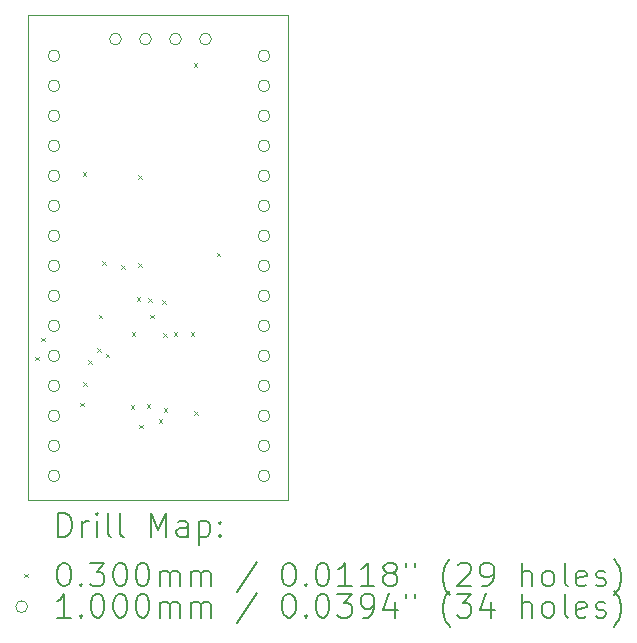
<source format=gbr>
%TF.GenerationSoftware,KiCad,Pcbnew,9.0.7*%
%TF.CreationDate,2026-02-04T18:11:02+11:00*%
%TF.ProjectId,g3507-base,67333530-372d-4626-9173-652e6b696361,rev?*%
%TF.SameCoordinates,Original*%
%TF.FileFunction,Drillmap*%
%TF.FilePolarity,Positive*%
%FSLAX45Y45*%
G04 Gerber Fmt 4.5, Leading zero omitted, Abs format (unit mm)*
G04 Created by KiCad (PCBNEW 9.0.7) date 2026-02-04 18:11:02*
%MOMM*%
%LPD*%
G01*
G04 APERTURE LIST*
%ADD10C,0.038100*%
%ADD11C,0.200000*%
%ADD12C,0.100000*%
G04 APERTURE END LIST*
D10*
X10700000Y-9600000D02*
X12900000Y-9600000D01*
X12900000Y-9600000D02*
X12900000Y-5500000D01*
X10700000Y-5500000D02*
X10700000Y-9600000D01*
X12900000Y-5500000D02*
X10700000Y-5500000D01*
D11*
D12*
X10765000Y-8391100D02*
X10795000Y-8421100D01*
X10795000Y-8391100D02*
X10765000Y-8421100D01*
X10815300Y-8228550D02*
X10845300Y-8258550D01*
X10845300Y-8228550D02*
X10815300Y-8258550D01*
X11145510Y-8779280D02*
X11175510Y-8809280D01*
X11175510Y-8779280D02*
X11145510Y-8809280D01*
X11165910Y-6828800D02*
X11195910Y-6858800D01*
X11195910Y-6828800D02*
X11165910Y-6858800D01*
X11167850Y-8605230D02*
X11197850Y-8635230D01*
X11197850Y-8605230D02*
X11167850Y-8635230D01*
X11211090Y-8421180D02*
X11241090Y-8451180D01*
X11241090Y-8421180D02*
X11211090Y-8451180D01*
X11289030Y-8318440D02*
X11319030Y-8348440D01*
X11319030Y-8318440D02*
X11289030Y-8348440D01*
X11299840Y-8034320D02*
X11329840Y-8064320D01*
X11329840Y-8034320D02*
X11299840Y-8064320D01*
X11328080Y-7579930D02*
X11358080Y-7609930D01*
X11358080Y-7579930D02*
X11328080Y-7609930D01*
X11359200Y-8362310D02*
X11389200Y-8392310D01*
X11389200Y-8362310D02*
X11359200Y-8392310D01*
X11491350Y-7615560D02*
X11521350Y-7645560D01*
X11521350Y-7615560D02*
X11491350Y-7645560D01*
X11571540Y-8801440D02*
X11601540Y-8831440D01*
X11601540Y-8801440D02*
X11571540Y-8831440D01*
X11579040Y-8184260D02*
X11609040Y-8214260D01*
X11609040Y-8184260D02*
X11579040Y-8214260D01*
X11623080Y-7885780D02*
X11653080Y-7915780D01*
X11653080Y-7885780D02*
X11623080Y-7915780D01*
X11633970Y-7599790D02*
X11663970Y-7629790D01*
X11663970Y-7599790D02*
X11633970Y-7629790D01*
X11636300Y-6853270D02*
X11666300Y-6883270D01*
X11666300Y-6853270D02*
X11636300Y-6883270D01*
X11641930Y-8966280D02*
X11671930Y-8996280D01*
X11671930Y-8966280D02*
X11641930Y-8996280D01*
X11706890Y-8793670D02*
X11736890Y-8823670D01*
X11736890Y-8793670D02*
X11706890Y-8823670D01*
X11719030Y-7891970D02*
X11749030Y-7921970D01*
X11749030Y-7891970D02*
X11719030Y-7921970D01*
X11738180Y-8035540D02*
X11768180Y-8065540D01*
X11768180Y-8035540D02*
X11738180Y-8065540D01*
X11806670Y-8919790D02*
X11836670Y-8949790D01*
X11836670Y-8919790D02*
X11806670Y-8949790D01*
X11836630Y-7912010D02*
X11866630Y-7942010D01*
X11866630Y-7912010D02*
X11836630Y-7942010D01*
X11846070Y-8191670D02*
X11876070Y-8221670D01*
X11876070Y-8191670D02*
X11846070Y-8221670D01*
X11852370Y-8827340D02*
X11882370Y-8857340D01*
X11882370Y-8827340D02*
X11852370Y-8857340D01*
X11937130Y-8184260D02*
X11967130Y-8214260D01*
X11967130Y-8184260D02*
X11937130Y-8214260D01*
X12079060Y-8184260D02*
X12109060Y-8214260D01*
X12109060Y-8184260D02*
X12079060Y-8214260D01*
X12106240Y-5906520D02*
X12136240Y-5936520D01*
X12136240Y-5906520D02*
X12106240Y-5936520D01*
X12107490Y-8850030D02*
X12137490Y-8880030D01*
X12137490Y-8850030D02*
X12107490Y-8880030D01*
X12299640Y-7510360D02*
X12329640Y-7540360D01*
X12329640Y-7510360D02*
X12299640Y-7540360D01*
X10972000Y-5842000D02*
G75*
G02*
X10872000Y-5842000I-50000J0D01*
G01*
X10872000Y-5842000D02*
G75*
G02*
X10972000Y-5842000I50000J0D01*
G01*
X10972000Y-6096000D02*
G75*
G02*
X10872000Y-6096000I-50000J0D01*
G01*
X10872000Y-6096000D02*
G75*
G02*
X10972000Y-6096000I50000J0D01*
G01*
X10972000Y-6350000D02*
G75*
G02*
X10872000Y-6350000I-50000J0D01*
G01*
X10872000Y-6350000D02*
G75*
G02*
X10972000Y-6350000I50000J0D01*
G01*
X10972000Y-6604000D02*
G75*
G02*
X10872000Y-6604000I-50000J0D01*
G01*
X10872000Y-6604000D02*
G75*
G02*
X10972000Y-6604000I50000J0D01*
G01*
X10972000Y-6858000D02*
G75*
G02*
X10872000Y-6858000I-50000J0D01*
G01*
X10872000Y-6858000D02*
G75*
G02*
X10972000Y-6858000I50000J0D01*
G01*
X10972000Y-7112000D02*
G75*
G02*
X10872000Y-7112000I-50000J0D01*
G01*
X10872000Y-7112000D02*
G75*
G02*
X10972000Y-7112000I50000J0D01*
G01*
X10972000Y-7366000D02*
G75*
G02*
X10872000Y-7366000I-50000J0D01*
G01*
X10872000Y-7366000D02*
G75*
G02*
X10972000Y-7366000I50000J0D01*
G01*
X10972000Y-7620000D02*
G75*
G02*
X10872000Y-7620000I-50000J0D01*
G01*
X10872000Y-7620000D02*
G75*
G02*
X10972000Y-7620000I50000J0D01*
G01*
X10972000Y-7874000D02*
G75*
G02*
X10872000Y-7874000I-50000J0D01*
G01*
X10872000Y-7874000D02*
G75*
G02*
X10972000Y-7874000I50000J0D01*
G01*
X10972000Y-8128000D02*
G75*
G02*
X10872000Y-8128000I-50000J0D01*
G01*
X10872000Y-8128000D02*
G75*
G02*
X10972000Y-8128000I50000J0D01*
G01*
X10972000Y-8382000D02*
G75*
G02*
X10872000Y-8382000I-50000J0D01*
G01*
X10872000Y-8382000D02*
G75*
G02*
X10972000Y-8382000I50000J0D01*
G01*
X10972000Y-8636000D02*
G75*
G02*
X10872000Y-8636000I-50000J0D01*
G01*
X10872000Y-8636000D02*
G75*
G02*
X10972000Y-8636000I50000J0D01*
G01*
X10972000Y-8890000D02*
G75*
G02*
X10872000Y-8890000I-50000J0D01*
G01*
X10872000Y-8890000D02*
G75*
G02*
X10972000Y-8890000I50000J0D01*
G01*
X10972000Y-9144000D02*
G75*
G02*
X10872000Y-9144000I-50000J0D01*
G01*
X10872000Y-9144000D02*
G75*
G02*
X10972000Y-9144000I50000J0D01*
G01*
X10972000Y-9398000D02*
G75*
G02*
X10872000Y-9398000I-50000J0D01*
G01*
X10872000Y-9398000D02*
G75*
G02*
X10972000Y-9398000I50000J0D01*
G01*
X11492000Y-5700000D02*
G75*
G02*
X11392000Y-5700000I-50000J0D01*
G01*
X11392000Y-5700000D02*
G75*
G02*
X11492000Y-5700000I50000J0D01*
G01*
X11746000Y-5700000D02*
G75*
G02*
X11646000Y-5700000I-50000J0D01*
G01*
X11646000Y-5700000D02*
G75*
G02*
X11746000Y-5700000I50000J0D01*
G01*
X12000000Y-5700000D02*
G75*
G02*
X11900000Y-5700000I-50000J0D01*
G01*
X11900000Y-5700000D02*
G75*
G02*
X12000000Y-5700000I50000J0D01*
G01*
X12254000Y-5700000D02*
G75*
G02*
X12154000Y-5700000I-50000J0D01*
G01*
X12154000Y-5700000D02*
G75*
G02*
X12254000Y-5700000I50000J0D01*
G01*
X12750000Y-5842000D02*
G75*
G02*
X12650000Y-5842000I-50000J0D01*
G01*
X12650000Y-5842000D02*
G75*
G02*
X12750000Y-5842000I50000J0D01*
G01*
X12750000Y-6096000D02*
G75*
G02*
X12650000Y-6096000I-50000J0D01*
G01*
X12650000Y-6096000D02*
G75*
G02*
X12750000Y-6096000I50000J0D01*
G01*
X12750000Y-6350000D02*
G75*
G02*
X12650000Y-6350000I-50000J0D01*
G01*
X12650000Y-6350000D02*
G75*
G02*
X12750000Y-6350000I50000J0D01*
G01*
X12750000Y-6604000D02*
G75*
G02*
X12650000Y-6604000I-50000J0D01*
G01*
X12650000Y-6604000D02*
G75*
G02*
X12750000Y-6604000I50000J0D01*
G01*
X12750000Y-6858000D02*
G75*
G02*
X12650000Y-6858000I-50000J0D01*
G01*
X12650000Y-6858000D02*
G75*
G02*
X12750000Y-6858000I50000J0D01*
G01*
X12750000Y-7112000D02*
G75*
G02*
X12650000Y-7112000I-50000J0D01*
G01*
X12650000Y-7112000D02*
G75*
G02*
X12750000Y-7112000I50000J0D01*
G01*
X12750000Y-7366000D02*
G75*
G02*
X12650000Y-7366000I-50000J0D01*
G01*
X12650000Y-7366000D02*
G75*
G02*
X12750000Y-7366000I50000J0D01*
G01*
X12750000Y-7620000D02*
G75*
G02*
X12650000Y-7620000I-50000J0D01*
G01*
X12650000Y-7620000D02*
G75*
G02*
X12750000Y-7620000I50000J0D01*
G01*
X12750000Y-7874000D02*
G75*
G02*
X12650000Y-7874000I-50000J0D01*
G01*
X12650000Y-7874000D02*
G75*
G02*
X12750000Y-7874000I50000J0D01*
G01*
X12750000Y-8128000D02*
G75*
G02*
X12650000Y-8128000I-50000J0D01*
G01*
X12650000Y-8128000D02*
G75*
G02*
X12750000Y-8128000I50000J0D01*
G01*
X12750000Y-8382000D02*
G75*
G02*
X12650000Y-8382000I-50000J0D01*
G01*
X12650000Y-8382000D02*
G75*
G02*
X12750000Y-8382000I50000J0D01*
G01*
X12750000Y-8636000D02*
G75*
G02*
X12650000Y-8636000I-50000J0D01*
G01*
X12650000Y-8636000D02*
G75*
G02*
X12750000Y-8636000I50000J0D01*
G01*
X12750000Y-8890000D02*
G75*
G02*
X12650000Y-8890000I-50000J0D01*
G01*
X12650000Y-8890000D02*
G75*
G02*
X12750000Y-8890000I50000J0D01*
G01*
X12750000Y-9144000D02*
G75*
G02*
X12650000Y-9144000I-50000J0D01*
G01*
X12650000Y-9144000D02*
G75*
G02*
X12750000Y-9144000I50000J0D01*
G01*
X12750000Y-9398000D02*
G75*
G02*
X12650000Y-9398000I-50000J0D01*
G01*
X12650000Y-9398000D02*
G75*
G02*
X12750000Y-9398000I50000J0D01*
G01*
D11*
X10958872Y-9913389D02*
X10958872Y-9713389D01*
X10958872Y-9713389D02*
X11006491Y-9713389D01*
X11006491Y-9713389D02*
X11035062Y-9722913D01*
X11035062Y-9722913D02*
X11054110Y-9741960D01*
X11054110Y-9741960D02*
X11063634Y-9761008D01*
X11063634Y-9761008D02*
X11073158Y-9799103D01*
X11073158Y-9799103D02*
X11073158Y-9827675D01*
X11073158Y-9827675D02*
X11063634Y-9865770D01*
X11063634Y-9865770D02*
X11054110Y-9884817D01*
X11054110Y-9884817D02*
X11035062Y-9903865D01*
X11035062Y-9903865D02*
X11006491Y-9913389D01*
X11006491Y-9913389D02*
X10958872Y-9913389D01*
X11158872Y-9913389D02*
X11158872Y-9780055D01*
X11158872Y-9818151D02*
X11168396Y-9799103D01*
X11168396Y-9799103D02*
X11177919Y-9789579D01*
X11177919Y-9789579D02*
X11196967Y-9780055D01*
X11196967Y-9780055D02*
X11216015Y-9780055D01*
X11282681Y-9913389D02*
X11282681Y-9780055D01*
X11282681Y-9713389D02*
X11273157Y-9722913D01*
X11273157Y-9722913D02*
X11282681Y-9732436D01*
X11282681Y-9732436D02*
X11292205Y-9722913D01*
X11292205Y-9722913D02*
X11282681Y-9713389D01*
X11282681Y-9713389D02*
X11282681Y-9732436D01*
X11406491Y-9913389D02*
X11387443Y-9903865D01*
X11387443Y-9903865D02*
X11377919Y-9884817D01*
X11377919Y-9884817D02*
X11377919Y-9713389D01*
X11511253Y-9913389D02*
X11492205Y-9903865D01*
X11492205Y-9903865D02*
X11482681Y-9884817D01*
X11482681Y-9884817D02*
X11482681Y-9713389D01*
X11739824Y-9913389D02*
X11739824Y-9713389D01*
X11739824Y-9713389D02*
X11806491Y-9856246D01*
X11806491Y-9856246D02*
X11873157Y-9713389D01*
X11873157Y-9713389D02*
X11873157Y-9913389D01*
X12054110Y-9913389D02*
X12054110Y-9808627D01*
X12054110Y-9808627D02*
X12044586Y-9789579D01*
X12044586Y-9789579D02*
X12025538Y-9780055D01*
X12025538Y-9780055D02*
X11987443Y-9780055D01*
X11987443Y-9780055D02*
X11968396Y-9789579D01*
X12054110Y-9903865D02*
X12035062Y-9913389D01*
X12035062Y-9913389D02*
X11987443Y-9913389D01*
X11987443Y-9913389D02*
X11968396Y-9903865D01*
X11968396Y-9903865D02*
X11958872Y-9884817D01*
X11958872Y-9884817D02*
X11958872Y-9865770D01*
X11958872Y-9865770D02*
X11968396Y-9846722D01*
X11968396Y-9846722D02*
X11987443Y-9837198D01*
X11987443Y-9837198D02*
X12035062Y-9837198D01*
X12035062Y-9837198D02*
X12054110Y-9827675D01*
X12149348Y-9780055D02*
X12149348Y-9980055D01*
X12149348Y-9789579D02*
X12168396Y-9780055D01*
X12168396Y-9780055D02*
X12206491Y-9780055D01*
X12206491Y-9780055D02*
X12225538Y-9789579D01*
X12225538Y-9789579D02*
X12235062Y-9799103D01*
X12235062Y-9799103D02*
X12244586Y-9818151D01*
X12244586Y-9818151D02*
X12244586Y-9875294D01*
X12244586Y-9875294D02*
X12235062Y-9894341D01*
X12235062Y-9894341D02*
X12225538Y-9903865D01*
X12225538Y-9903865D02*
X12206491Y-9913389D01*
X12206491Y-9913389D02*
X12168396Y-9913389D01*
X12168396Y-9913389D02*
X12149348Y-9903865D01*
X12330300Y-9894341D02*
X12339824Y-9903865D01*
X12339824Y-9903865D02*
X12330300Y-9913389D01*
X12330300Y-9913389D02*
X12320777Y-9903865D01*
X12320777Y-9903865D02*
X12330300Y-9894341D01*
X12330300Y-9894341D02*
X12330300Y-9913389D01*
X12330300Y-9789579D02*
X12339824Y-9799103D01*
X12339824Y-9799103D02*
X12330300Y-9808627D01*
X12330300Y-9808627D02*
X12320777Y-9799103D01*
X12320777Y-9799103D02*
X12330300Y-9789579D01*
X12330300Y-9789579D02*
X12330300Y-9808627D01*
D12*
X10668095Y-10226905D02*
X10698095Y-10256905D01*
X10698095Y-10226905D02*
X10668095Y-10256905D01*
D11*
X10996967Y-10133389D02*
X11016015Y-10133389D01*
X11016015Y-10133389D02*
X11035062Y-10142913D01*
X11035062Y-10142913D02*
X11044586Y-10152436D01*
X11044586Y-10152436D02*
X11054110Y-10171484D01*
X11054110Y-10171484D02*
X11063634Y-10209579D01*
X11063634Y-10209579D02*
X11063634Y-10257198D01*
X11063634Y-10257198D02*
X11054110Y-10295294D01*
X11054110Y-10295294D02*
X11044586Y-10314341D01*
X11044586Y-10314341D02*
X11035062Y-10323865D01*
X11035062Y-10323865D02*
X11016015Y-10333389D01*
X11016015Y-10333389D02*
X10996967Y-10333389D01*
X10996967Y-10333389D02*
X10977919Y-10323865D01*
X10977919Y-10323865D02*
X10968396Y-10314341D01*
X10968396Y-10314341D02*
X10958872Y-10295294D01*
X10958872Y-10295294D02*
X10949348Y-10257198D01*
X10949348Y-10257198D02*
X10949348Y-10209579D01*
X10949348Y-10209579D02*
X10958872Y-10171484D01*
X10958872Y-10171484D02*
X10968396Y-10152436D01*
X10968396Y-10152436D02*
X10977919Y-10142913D01*
X10977919Y-10142913D02*
X10996967Y-10133389D01*
X11149348Y-10314341D02*
X11158872Y-10323865D01*
X11158872Y-10323865D02*
X11149348Y-10333389D01*
X11149348Y-10333389D02*
X11139824Y-10323865D01*
X11139824Y-10323865D02*
X11149348Y-10314341D01*
X11149348Y-10314341D02*
X11149348Y-10333389D01*
X11225538Y-10133389D02*
X11349348Y-10133389D01*
X11349348Y-10133389D02*
X11282681Y-10209579D01*
X11282681Y-10209579D02*
X11311253Y-10209579D01*
X11311253Y-10209579D02*
X11330300Y-10219103D01*
X11330300Y-10219103D02*
X11339824Y-10228627D01*
X11339824Y-10228627D02*
X11349348Y-10247675D01*
X11349348Y-10247675D02*
X11349348Y-10295294D01*
X11349348Y-10295294D02*
X11339824Y-10314341D01*
X11339824Y-10314341D02*
X11330300Y-10323865D01*
X11330300Y-10323865D02*
X11311253Y-10333389D01*
X11311253Y-10333389D02*
X11254110Y-10333389D01*
X11254110Y-10333389D02*
X11235062Y-10323865D01*
X11235062Y-10323865D02*
X11225538Y-10314341D01*
X11473157Y-10133389D02*
X11492205Y-10133389D01*
X11492205Y-10133389D02*
X11511253Y-10142913D01*
X11511253Y-10142913D02*
X11520777Y-10152436D01*
X11520777Y-10152436D02*
X11530300Y-10171484D01*
X11530300Y-10171484D02*
X11539824Y-10209579D01*
X11539824Y-10209579D02*
X11539824Y-10257198D01*
X11539824Y-10257198D02*
X11530300Y-10295294D01*
X11530300Y-10295294D02*
X11520777Y-10314341D01*
X11520777Y-10314341D02*
X11511253Y-10323865D01*
X11511253Y-10323865D02*
X11492205Y-10333389D01*
X11492205Y-10333389D02*
X11473157Y-10333389D01*
X11473157Y-10333389D02*
X11454110Y-10323865D01*
X11454110Y-10323865D02*
X11444586Y-10314341D01*
X11444586Y-10314341D02*
X11435062Y-10295294D01*
X11435062Y-10295294D02*
X11425538Y-10257198D01*
X11425538Y-10257198D02*
X11425538Y-10209579D01*
X11425538Y-10209579D02*
X11435062Y-10171484D01*
X11435062Y-10171484D02*
X11444586Y-10152436D01*
X11444586Y-10152436D02*
X11454110Y-10142913D01*
X11454110Y-10142913D02*
X11473157Y-10133389D01*
X11663634Y-10133389D02*
X11682681Y-10133389D01*
X11682681Y-10133389D02*
X11701729Y-10142913D01*
X11701729Y-10142913D02*
X11711253Y-10152436D01*
X11711253Y-10152436D02*
X11720777Y-10171484D01*
X11720777Y-10171484D02*
X11730300Y-10209579D01*
X11730300Y-10209579D02*
X11730300Y-10257198D01*
X11730300Y-10257198D02*
X11720777Y-10295294D01*
X11720777Y-10295294D02*
X11711253Y-10314341D01*
X11711253Y-10314341D02*
X11701729Y-10323865D01*
X11701729Y-10323865D02*
X11682681Y-10333389D01*
X11682681Y-10333389D02*
X11663634Y-10333389D01*
X11663634Y-10333389D02*
X11644586Y-10323865D01*
X11644586Y-10323865D02*
X11635062Y-10314341D01*
X11635062Y-10314341D02*
X11625538Y-10295294D01*
X11625538Y-10295294D02*
X11616015Y-10257198D01*
X11616015Y-10257198D02*
X11616015Y-10209579D01*
X11616015Y-10209579D02*
X11625538Y-10171484D01*
X11625538Y-10171484D02*
X11635062Y-10152436D01*
X11635062Y-10152436D02*
X11644586Y-10142913D01*
X11644586Y-10142913D02*
X11663634Y-10133389D01*
X11816015Y-10333389D02*
X11816015Y-10200055D01*
X11816015Y-10219103D02*
X11825538Y-10209579D01*
X11825538Y-10209579D02*
X11844586Y-10200055D01*
X11844586Y-10200055D02*
X11873158Y-10200055D01*
X11873158Y-10200055D02*
X11892205Y-10209579D01*
X11892205Y-10209579D02*
X11901729Y-10228627D01*
X11901729Y-10228627D02*
X11901729Y-10333389D01*
X11901729Y-10228627D02*
X11911253Y-10209579D01*
X11911253Y-10209579D02*
X11930300Y-10200055D01*
X11930300Y-10200055D02*
X11958872Y-10200055D01*
X11958872Y-10200055D02*
X11977919Y-10209579D01*
X11977919Y-10209579D02*
X11987443Y-10228627D01*
X11987443Y-10228627D02*
X11987443Y-10333389D01*
X12082681Y-10333389D02*
X12082681Y-10200055D01*
X12082681Y-10219103D02*
X12092205Y-10209579D01*
X12092205Y-10209579D02*
X12111253Y-10200055D01*
X12111253Y-10200055D02*
X12139824Y-10200055D01*
X12139824Y-10200055D02*
X12158872Y-10209579D01*
X12158872Y-10209579D02*
X12168396Y-10228627D01*
X12168396Y-10228627D02*
X12168396Y-10333389D01*
X12168396Y-10228627D02*
X12177919Y-10209579D01*
X12177919Y-10209579D02*
X12196967Y-10200055D01*
X12196967Y-10200055D02*
X12225538Y-10200055D01*
X12225538Y-10200055D02*
X12244586Y-10209579D01*
X12244586Y-10209579D02*
X12254110Y-10228627D01*
X12254110Y-10228627D02*
X12254110Y-10333389D01*
X12644586Y-10123865D02*
X12473158Y-10381008D01*
X12901729Y-10133389D02*
X12920777Y-10133389D01*
X12920777Y-10133389D02*
X12939824Y-10142913D01*
X12939824Y-10142913D02*
X12949348Y-10152436D01*
X12949348Y-10152436D02*
X12958872Y-10171484D01*
X12958872Y-10171484D02*
X12968396Y-10209579D01*
X12968396Y-10209579D02*
X12968396Y-10257198D01*
X12968396Y-10257198D02*
X12958872Y-10295294D01*
X12958872Y-10295294D02*
X12949348Y-10314341D01*
X12949348Y-10314341D02*
X12939824Y-10323865D01*
X12939824Y-10323865D02*
X12920777Y-10333389D01*
X12920777Y-10333389D02*
X12901729Y-10333389D01*
X12901729Y-10333389D02*
X12882681Y-10323865D01*
X12882681Y-10323865D02*
X12873158Y-10314341D01*
X12873158Y-10314341D02*
X12863634Y-10295294D01*
X12863634Y-10295294D02*
X12854110Y-10257198D01*
X12854110Y-10257198D02*
X12854110Y-10209579D01*
X12854110Y-10209579D02*
X12863634Y-10171484D01*
X12863634Y-10171484D02*
X12873158Y-10152436D01*
X12873158Y-10152436D02*
X12882681Y-10142913D01*
X12882681Y-10142913D02*
X12901729Y-10133389D01*
X13054110Y-10314341D02*
X13063634Y-10323865D01*
X13063634Y-10323865D02*
X13054110Y-10333389D01*
X13054110Y-10333389D02*
X13044586Y-10323865D01*
X13044586Y-10323865D02*
X13054110Y-10314341D01*
X13054110Y-10314341D02*
X13054110Y-10333389D01*
X13187443Y-10133389D02*
X13206491Y-10133389D01*
X13206491Y-10133389D02*
X13225539Y-10142913D01*
X13225539Y-10142913D02*
X13235062Y-10152436D01*
X13235062Y-10152436D02*
X13244586Y-10171484D01*
X13244586Y-10171484D02*
X13254110Y-10209579D01*
X13254110Y-10209579D02*
X13254110Y-10257198D01*
X13254110Y-10257198D02*
X13244586Y-10295294D01*
X13244586Y-10295294D02*
X13235062Y-10314341D01*
X13235062Y-10314341D02*
X13225539Y-10323865D01*
X13225539Y-10323865D02*
X13206491Y-10333389D01*
X13206491Y-10333389D02*
X13187443Y-10333389D01*
X13187443Y-10333389D02*
X13168396Y-10323865D01*
X13168396Y-10323865D02*
X13158872Y-10314341D01*
X13158872Y-10314341D02*
X13149348Y-10295294D01*
X13149348Y-10295294D02*
X13139824Y-10257198D01*
X13139824Y-10257198D02*
X13139824Y-10209579D01*
X13139824Y-10209579D02*
X13149348Y-10171484D01*
X13149348Y-10171484D02*
X13158872Y-10152436D01*
X13158872Y-10152436D02*
X13168396Y-10142913D01*
X13168396Y-10142913D02*
X13187443Y-10133389D01*
X13444586Y-10333389D02*
X13330301Y-10333389D01*
X13387443Y-10333389D02*
X13387443Y-10133389D01*
X13387443Y-10133389D02*
X13368396Y-10161960D01*
X13368396Y-10161960D02*
X13349348Y-10181008D01*
X13349348Y-10181008D02*
X13330301Y-10190532D01*
X13635062Y-10333389D02*
X13520777Y-10333389D01*
X13577920Y-10333389D02*
X13577920Y-10133389D01*
X13577920Y-10133389D02*
X13558872Y-10161960D01*
X13558872Y-10161960D02*
X13539824Y-10181008D01*
X13539824Y-10181008D02*
X13520777Y-10190532D01*
X13749348Y-10219103D02*
X13730301Y-10209579D01*
X13730301Y-10209579D02*
X13720777Y-10200055D01*
X13720777Y-10200055D02*
X13711253Y-10181008D01*
X13711253Y-10181008D02*
X13711253Y-10171484D01*
X13711253Y-10171484D02*
X13720777Y-10152436D01*
X13720777Y-10152436D02*
X13730301Y-10142913D01*
X13730301Y-10142913D02*
X13749348Y-10133389D01*
X13749348Y-10133389D02*
X13787443Y-10133389D01*
X13787443Y-10133389D02*
X13806491Y-10142913D01*
X13806491Y-10142913D02*
X13816015Y-10152436D01*
X13816015Y-10152436D02*
X13825539Y-10171484D01*
X13825539Y-10171484D02*
X13825539Y-10181008D01*
X13825539Y-10181008D02*
X13816015Y-10200055D01*
X13816015Y-10200055D02*
X13806491Y-10209579D01*
X13806491Y-10209579D02*
X13787443Y-10219103D01*
X13787443Y-10219103D02*
X13749348Y-10219103D01*
X13749348Y-10219103D02*
X13730301Y-10228627D01*
X13730301Y-10228627D02*
X13720777Y-10238151D01*
X13720777Y-10238151D02*
X13711253Y-10257198D01*
X13711253Y-10257198D02*
X13711253Y-10295294D01*
X13711253Y-10295294D02*
X13720777Y-10314341D01*
X13720777Y-10314341D02*
X13730301Y-10323865D01*
X13730301Y-10323865D02*
X13749348Y-10333389D01*
X13749348Y-10333389D02*
X13787443Y-10333389D01*
X13787443Y-10333389D02*
X13806491Y-10323865D01*
X13806491Y-10323865D02*
X13816015Y-10314341D01*
X13816015Y-10314341D02*
X13825539Y-10295294D01*
X13825539Y-10295294D02*
X13825539Y-10257198D01*
X13825539Y-10257198D02*
X13816015Y-10238151D01*
X13816015Y-10238151D02*
X13806491Y-10228627D01*
X13806491Y-10228627D02*
X13787443Y-10219103D01*
X13901729Y-10133389D02*
X13901729Y-10171484D01*
X13977920Y-10133389D02*
X13977920Y-10171484D01*
X14273158Y-10409579D02*
X14263634Y-10400055D01*
X14263634Y-10400055D02*
X14244586Y-10371484D01*
X14244586Y-10371484D02*
X14235063Y-10352436D01*
X14235063Y-10352436D02*
X14225539Y-10323865D01*
X14225539Y-10323865D02*
X14216015Y-10276246D01*
X14216015Y-10276246D02*
X14216015Y-10238151D01*
X14216015Y-10238151D02*
X14225539Y-10190532D01*
X14225539Y-10190532D02*
X14235063Y-10161960D01*
X14235063Y-10161960D02*
X14244586Y-10142913D01*
X14244586Y-10142913D02*
X14263634Y-10114341D01*
X14263634Y-10114341D02*
X14273158Y-10104817D01*
X14339824Y-10152436D02*
X14349348Y-10142913D01*
X14349348Y-10142913D02*
X14368396Y-10133389D01*
X14368396Y-10133389D02*
X14416015Y-10133389D01*
X14416015Y-10133389D02*
X14435063Y-10142913D01*
X14435063Y-10142913D02*
X14444586Y-10152436D01*
X14444586Y-10152436D02*
X14454110Y-10171484D01*
X14454110Y-10171484D02*
X14454110Y-10190532D01*
X14454110Y-10190532D02*
X14444586Y-10219103D01*
X14444586Y-10219103D02*
X14330301Y-10333389D01*
X14330301Y-10333389D02*
X14454110Y-10333389D01*
X14549348Y-10333389D02*
X14587443Y-10333389D01*
X14587443Y-10333389D02*
X14606491Y-10323865D01*
X14606491Y-10323865D02*
X14616015Y-10314341D01*
X14616015Y-10314341D02*
X14635063Y-10285770D01*
X14635063Y-10285770D02*
X14644586Y-10247675D01*
X14644586Y-10247675D02*
X14644586Y-10171484D01*
X14644586Y-10171484D02*
X14635063Y-10152436D01*
X14635063Y-10152436D02*
X14625539Y-10142913D01*
X14625539Y-10142913D02*
X14606491Y-10133389D01*
X14606491Y-10133389D02*
X14568396Y-10133389D01*
X14568396Y-10133389D02*
X14549348Y-10142913D01*
X14549348Y-10142913D02*
X14539824Y-10152436D01*
X14539824Y-10152436D02*
X14530301Y-10171484D01*
X14530301Y-10171484D02*
X14530301Y-10219103D01*
X14530301Y-10219103D02*
X14539824Y-10238151D01*
X14539824Y-10238151D02*
X14549348Y-10247675D01*
X14549348Y-10247675D02*
X14568396Y-10257198D01*
X14568396Y-10257198D02*
X14606491Y-10257198D01*
X14606491Y-10257198D02*
X14625539Y-10247675D01*
X14625539Y-10247675D02*
X14635063Y-10238151D01*
X14635063Y-10238151D02*
X14644586Y-10219103D01*
X14882682Y-10333389D02*
X14882682Y-10133389D01*
X14968396Y-10333389D02*
X14968396Y-10228627D01*
X14968396Y-10228627D02*
X14958872Y-10209579D01*
X14958872Y-10209579D02*
X14939825Y-10200055D01*
X14939825Y-10200055D02*
X14911253Y-10200055D01*
X14911253Y-10200055D02*
X14892205Y-10209579D01*
X14892205Y-10209579D02*
X14882682Y-10219103D01*
X15092205Y-10333389D02*
X15073158Y-10323865D01*
X15073158Y-10323865D02*
X15063634Y-10314341D01*
X15063634Y-10314341D02*
X15054110Y-10295294D01*
X15054110Y-10295294D02*
X15054110Y-10238151D01*
X15054110Y-10238151D02*
X15063634Y-10219103D01*
X15063634Y-10219103D02*
X15073158Y-10209579D01*
X15073158Y-10209579D02*
X15092205Y-10200055D01*
X15092205Y-10200055D02*
X15120777Y-10200055D01*
X15120777Y-10200055D02*
X15139825Y-10209579D01*
X15139825Y-10209579D02*
X15149348Y-10219103D01*
X15149348Y-10219103D02*
X15158872Y-10238151D01*
X15158872Y-10238151D02*
X15158872Y-10295294D01*
X15158872Y-10295294D02*
X15149348Y-10314341D01*
X15149348Y-10314341D02*
X15139825Y-10323865D01*
X15139825Y-10323865D02*
X15120777Y-10333389D01*
X15120777Y-10333389D02*
X15092205Y-10333389D01*
X15273158Y-10333389D02*
X15254110Y-10323865D01*
X15254110Y-10323865D02*
X15244586Y-10304817D01*
X15244586Y-10304817D02*
X15244586Y-10133389D01*
X15425539Y-10323865D02*
X15406491Y-10333389D01*
X15406491Y-10333389D02*
X15368396Y-10333389D01*
X15368396Y-10333389D02*
X15349348Y-10323865D01*
X15349348Y-10323865D02*
X15339825Y-10304817D01*
X15339825Y-10304817D02*
X15339825Y-10228627D01*
X15339825Y-10228627D02*
X15349348Y-10209579D01*
X15349348Y-10209579D02*
X15368396Y-10200055D01*
X15368396Y-10200055D02*
X15406491Y-10200055D01*
X15406491Y-10200055D02*
X15425539Y-10209579D01*
X15425539Y-10209579D02*
X15435063Y-10228627D01*
X15435063Y-10228627D02*
X15435063Y-10247675D01*
X15435063Y-10247675D02*
X15339825Y-10266722D01*
X15511253Y-10323865D02*
X15530301Y-10333389D01*
X15530301Y-10333389D02*
X15568396Y-10333389D01*
X15568396Y-10333389D02*
X15587444Y-10323865D01*
X15587444Y-10323865D02*
X15596967Y-10304817D01*
X15596967Y-10304817D02*
X15596967Y-10295294D01*
X15596967Y-10295294D02*
X15587444Y-10276246D01*
X15587444Y-10276246D02*
X15568396Y-10266722D01*
X15568396Y-10266722D02*
X15539825Y-10266722D01*
X15539825Y-10266722D02*
X15520777Y-10257198D01*
X15520777Y-10257198D02*
X15511253Y-10238151D01*
X15511253Y-10238151D02*
X15511253Y-10228627D01*
X15511253Y-10228627D02*
X15520777Y-10209579D01*
X15520777Y-10209579D02*
X15539825Y-10200055D01*
X15539825Y-10200055D02*
X15568396Y-10200055D01*
X15568396Y-10200055D02*
X15587444Y-10209579D01*
X15663634Y-10409579D02*
X15673158Y-10400055D01*
X15673158Y-10400055D02*
X15692206Y-10371484D01*
X15692206Y-10371484D02*
X15701729Y-10352436D01*
X15701729Y-10352436D02*
X15711253Y-10323865D01*
X15711253Y-10323865D02*
X15720777Y-10276246D01*
X15720777Y-10276246D02*
X15720777Y-10238151D01*
X15720777Y-10238151D02*
X15711253Y-10190532D01*
X15711253Y-10190532D02*
X15701729Y-10161960D01*
X15701729Y-10161960D02*
X15692206Y-10142913D01*
X15692206Y-10142913D02*
X15673158Y-10114341D01*
X15673158Y-10114341D02*
X15663634Y-10104817D01*
D12*
X10698095Y-10505905D02*
G75*
G02*
X10598095Y-10505905I-50000J0D01*
G01*
X10598095Y-10505905D02*
G75*
G02*
X10698095Y-10505905I50000J0D01*
G01*
D11*
X11063634Y-10597389D02*
X10949348Y-10597389D01*
X11006491Y-10597389D02*
X11006491Y-10397389D01*
X11006491Y-10397389D02*
X10987443Y-10425960D01*
X10987443Y-10425960D02*
X10968396Y-10445008D01*
X10968396Y-10445008D02*
X10949348Y-10454532D01*
X11149348Y-10578341D02*
X11158872Y-10587865D01*
X11158872Y-10587865D02*
X11149348Y-10597389D01*
X11149348Y-10597389D02*
X11139824Y-10587865D01*
X11139824Y-10587865D02*
X11149348Y-10578341D01*
X11149348Y-10578341D02*
X11149348Y-10597389D01*
X11282681Y-10397389D02*
X11301729Y-10397389D01*
X11301729Y-10397389D02*
X11320777Y-10406913D01*
X11320777Y-10406913D02*
X11330300Y-10416436D01*
X11330300Y-10416436D02*
X11339824Y-10435484D01*
X11339824Y-10435484D02*
X11349348Y-10473579D01*
X11349348Y-10473579D02*
X11349348Y-10521198D01*
X11349348Y-10521198D02*
X11339824Y-10559294D01*
X11339824Y-10559294D02*
X11330300Y-10578341D01*
X11330300Y-10578341D02*
X11320777Y-10587865D01*
X11320777Y-10587865D02*
X11301729Y-10597389D01*
X11301729Y-10597389D02*
X11282681Y-10597389D01*
X11282681Y-10597389D02*
X11263634Y-10587865D01*
X11263634Y-10587865D02*
X11254110Y-10578341D01*
X11254110Y-10578341D02*
X11244586Y-10559294D01*
X11244586Y-10559294D02*
X11235062Y-10521198D01*
X11235062Y-10521198D02*
X11235062Y-10473579D01*
X11235062Y-10473579D02*
X11244586Y-10435484D01*
X11244586Y-10435484D02*
X11254110Y-10416436D01*
X11254110Y-10416436D02*
X11263634Y-10406913D01*
X11263634Y-10406913D02*
X11282681Y-10397389D01*
X11473157Y-10397389D02*
X11492205Y-10397389D01*
X11492205Y-10397389D02*
X11511253Y-10406913D01*
X11511253Y-10406913D02*
X11520777Y-10416436D01*
X11520777Y-10416436D02*
X11530300Y-10435484D01*
X11530300Y-10435484D02*
X11539824Y-10473579D01*
X11539824Y-10473579D02*
X11539824Y-10521198D01*
X11539824Y-10521198D02*
X11530300Y-10559294D01*
X11530300Y-10559294D02*
X11520777Y-10578341D01*
X11520777Y-10578341D02*
X11511253Y-10587865D01*
X11511253Y-10587865D02*
X11492205Y-10597389D01*
X11492205Y-10597389D02*
X11473157Y-10597389D01*
X11473157Y-10597389D02*
X11454110Y-10587865D01*
X11454110Y-10587865D02*
X11444586Y-10578341D01*
X11444586Y-10578341D02*
X11435062Y-10559294D01*
X11435062Y-10559294D02*
X11425538Y-10521198D01*
X11425538Y-10521198D02*
X11425538Y-10473579D01*
X11425538Y-10473579D02*
X11435062Y-10435484D01*
X11435062Y-10435484D02*
X11444586Y-10416436D01*
X11444586Y-10416436D02*
X11454110Y-10406913D01*
X11454110Y-10406913D02*
X11473157Y-10397389D01*
X11663634Y-10397389D02*
X11682681Y-10397389D01*
X11682681Y-10397389D02*
X11701729Y-10406913D01*
X11701729Y-10406913D02*
X11711253Y-10416436D01*
X11711253Y-10416436D02*
X11720777Y-10435484D01*
X11720777Y-10435484D02*
X11730300Y-10473579D01*
X11730300Y-10473579D02*
X11730300Y-10521198D01*
X11730300Y-10521198D02*
X11720777Y-10559294D01*
X11720777Y-10559294D02*
X11711253Y-10578341D01*
X11711253Y-10578341D02*
X11701729Y-10587865D01*
X11701729Y-10587865D02*
X11682681Y-10597389D01*
X11682681Y-10597389D02*
X11663634Y-10597389D01*
X11663634Y-10597389D02*
X11644586Y-10587865D01*
X11644586Y-10587865D02*
X11635062Y-10578341D01*
X11635062Y-10578341D02*
X11625538Y-10559294D01*
X11625538Y-10559294D02*
X11616015Y-10521198D01*
X11616015Y-10521198D02*
X11616015Y-10473579D01*
X11616015Y-10473579D02*
X11625538Y-10435484D01*
X11625538Y-10435484D02*
X11635062Y-10416436D01*
X11635062Y-10416436D02*
X11644586Y-10406913D01*
X11644586Y-10406913D02*
X11663634Y-10397389D01*
X11816015Y-10597389D02*
X11816015Y-10464055D01*
X11816015Y-10483103D02*
X11825538Y-10473579D01*
X11825538Y-10473579D02*
X11844586Y-10464055D01*
X11844586Y-10464055D02*
X11873158Y-10464055D01*
X11873158Y-10464055D02*
X11892205Y-10473579D01*
X11892205Y-10473579D02*
X11901729Y-10492627D01*
X11901729Y-10492627D02*
X11901729Y-10597389D01*
X11901729Y-10492627D02*
X11911253Y-10473579D01*
X11911253Y-10473579D02*
X11930300Y-10464055D01*
X11930300Y-10464055D02*
X11958872Y-10464055D01*
X11958872Y-10464055D02*
X11977919Y-10473579D01*
X11977919Y-10473579D02*
X11987443Y-10492627D01*
X11987443Y-10492627D02*
X11987443Y-10597389D01*
X12082681Y-10597389D02*
X12082681Y-10464055D01*
X12082681Y-10483103D02*
X12092205Y-10473579D01*
X12092205Y-10473579D02*
X12111253Y-10464055D01*
X12111253Y-10464055D02*
X12139824Y-10464055D01*
X12139824Y-10464055D02*
X12158872Y-10473579D01*
X12158872Y-10473579D02*
X12168396Y-10492627D01*
X12168396Y-10492627D02*
X12168396Y-10597389D01*
X12168396Y-10492627D02*
X12177919Y-10473579D01*
X12177919Y-10473579D02*
X12196967Y-10464055D01*
X12196967Y-10464055D02*
X12225538Y-10464055D01*
X12225538Y-10464055D02*
X12244586Y-10473579D01*
X12244586Y-10473579D02*
X12254110Y-10492627D01*
X12254110Y-10492627D02*
X12254110Y-10597389D01*
X12644586Y-10387865D02*
X12473158Y-10645008D01*
X12901729Y-10397389D02*
X12920777Y-10397389D01*
X12920777Y-10397389D02*
X12939824Y-10406913D01*
X12939824Y-10406913D02*
X12949348Y-10416436D01*
X12949348Y-10416436D02*
X12958872Y-10435484D01*
X12958872Y-10435484D02*
X12968396Y-10473579D01*
X12968396Y-10473579D02*
X12968396Y-10521198D01*
X12968396Y-10521198D02*
X12958872Y-10559294D01*
X12958872Y-10559294D02*
X12949348Y-10578341D01*
X12949348Y-10578341D02*
X12939824Y-10587865D01*
X12939824Y-10587865D02*
X12920777Y-10597389D01*
X12920777Y-10597389D02*
X12901729Y-10597389D01*
X12901729Y-10597389D02*
X12882681Y-10587865D01*
X12882681Y-10587865D02*
X12873158Y-10578341D01*
X12873158Y-10578341D02*
X12863634Y-10559294D01*
X12863634Y-10559294D02*
X12854110Y-10521198D01*
X12854110Y-10521198D02*
X12854110Y-10473579D01*
X12854110Y-10473579D02*
X12863634Y-10435484D01*
X12863634Y-10435484D02*
X12873158Y-10416436D01*
X12873158Y-10416436D02*
X12882681Y-10406913D01*
X12882681Y-10406913D02*
X12901729Y-10397389D01*
X13054110Y-10578341D02*
X13063634Y-10587865D01*
X13063634Y-10587865D02*
X13054110Y-10597389D01*
X13054110Y-10597389D02*
X13044586Y-10587865D01*
X13044586Y-10587865D02*
X13054110Y-10578341D01*
X13054110Y-10578341D02*
X13054110Y-10597389D01*
X13187443Y-10397389D02*
X13206491Y-10397389D01*
X13206491Y-10397389D02*
X13225539Y-10406913D01*
X13225539Y-10406913D02*
X13235062Y-10416436D01*
X13235062Y-10416436D02*
X13244586Y-10435484D01*
X13244586Y-10435484D02*
X13254110Y-10473579D01*
X13254110Y-10473579D02*
X13254110Y-10521198D01*
X13254110Y-10521198D02*
X13244586Y-10559294D01*
X13244586Y-10559294D02*
X13235062Y-10578341D01*
X13235062Y-10578341D02*
X13225539Y-10587865D01*
X13225539Y-10587865D02*
X13206491Y-10597389D01*
X13206491Y-10597389D02*
X13187443Y-10597389D01*
X13187443Y-10597389D02*
X13168396Y-10587865D01*
X13168396Y-10587865D02*
X13158872Y-10578341D01*
X13158872Y-10578341D02*
X13149348Y-10559294D01*
X13149348Y-10559294D02*
X13139824Y-10521198D01*
X13139824Y-10521198D02*
X13139824Y-10473579D01*
X13139824Y-10473579D02*
X13149348Y-10435484D01*
X13149348Y-10435484D02*
X13158872Y-10416436D01*
X13158872Y-10416436D02*
X13168396Y-10406913D01*
X13168396Y-10406913D02*
X13187443Y-10397389D01*
X13320777Y-10397389D02*
X13444586Y-10397389D01*
X13444586Y-10397389D02*
X13377920Y-10473579D01*
X13377920Y-10473579D02*
X13406491Y-10473579D01*
X13406491Y-10473579D02*
X13425539Y-10483103D01*
X13425539Y-10483103D02*
X13435062Y-10492627D01*
X13435062Y-10492627D02*
X13444586Y-10511675D01*
X13444586Y-10511675D02*
X13444586Y-10559294D01*
X13444586Y-10559294D02*
X13435062Y-10578341D01*
X13435062Y-10578341D02*
X13425539Y-10587865D01*
X13425539Y-10587865D02*
X13406491Y-10597389D01*
X13406491Y-10597389D02*
X13349348Y-10597389D01*
X13349348Y-10597389D02*
X13330301Y-10587865D01*
X13330301Y-10587865D02*
X13320777Y-10578341D01*
X13539824Y-10597389D02*
X13577920Y-10597389D01*
X13577920Y-10597389D02*
X13596967Y-10587865D01*
X13596967Y-10587865D02*
X13606491Y-10578341D01*
X13606491Y-10578341D02*
X13625539Y-10549770D01*
X13625539Y-10549770D02*
X13635062Y-10511675D01*
X13635062Y-10511675D02*
X13635062Y-10435484D01*
X13635062Y-10435484D02*
X13625539Y-10416436D01*
X13625539Y-10416436D02*
X13616015Y-10406913D01*
X13616015Y-10406913D02*
X13596967Y-10397389D01*
X13596967Y-10397389D02*
X13558872Y-10397389D01*
X13558872Y-10397389D02*
X13539824Y-10406913D01*
X13539824Y-10406913D02*
X13530301Y-10416436D01*
X13530301Y-10416436D02*
X13520777Y-10435484D01*
X13520777Y-10435484D02*
X13520777Y-10483103D01*
X13520777Y-10483103D02*
X13530301Y-10502151D01*
X13530301Y-10502151D02*
X13539824Y-10511675D01*
X13539824Y-10511675D02*
X13558872Y-10521198D01*
X13558872Y-10521198D02*
X13596967Y-10521198D01*
X13596967Y-10521198D02*
X13616015Y-10511675D01*
X13616015Y-10511675D02*
X13625539Y-10502151D01*
X13625539Y-10502151D02*
X13635062Y-10483103D01*
X13806491Y-10464055D02*
X13806491Y-10597389D01*
X13758872Y-10387865D02*
X13711253Y-10530722D01*
X13711253Y-10530722D02*
X13835062Y-10530722D01*
X13901729Y-10397389D02*
X13901729Y-10435484D01*
X13977920Y-10397389D02*
X13977920Y-10435484D01*
X14273158Y-10673579D02*
X14263634Y-10664055D01*
X14263634Y-10664055D02*
X14244586Y-10635484D01*
X14244586Y-10635484D02*
X14235063Y-10616436D01*
X14235063Y-10616436D02*
X14225539Y-10587865D01*
X14225539Y-10587865D02*
X14216015Y-10540246D01*
X14216015Y-10540246D02*
X14216015Y-10502151D01*
X14216015Y-10502151D02*
X14225539Y-10454532D01*
X14225539Y-10454532D02*
X14235063Y-10425960D01*
X14235063Y-10425960D02*
X14244586Y-10406913D01*
X14244586Y-10406913D02*
X14263634Y-10378341D01*
X14263634Y-10378341D02*
X14273158Y-10368817D01*
X14330301Y-10397389D02*
X14454110Y-10397389D01*
X14454110Y-10397389D02*
X14387443Y-10473579D01*
X14387443Y-10473579D02*
X14416015Y-10473579D01*
X14416015Y-10473579D02*
X14435063Y-10483103D01*
X14435063Y-10483103D02*
X14444586Y-10492627D01*
X14444586Y-10492627D02*
X14454110Y-10511675D01*
X14454110Y-10511675D02*
X14454110Y-10559294D01*
X14454110Y-10559294D02*
X14444586Y-10578341D01*
X14444586Y-10578341D02*
X14435063Y-10587865D01*
X14435063Y-10587865D02*
X14416015Y-10597389D01*
X14416015Y-10597389D02*
X14358872Y-10597389D01*
X14358872Y-10597389D02*
X14339824Y-10587865D01*
X14339824Y-10587865D02*
X14330301Y-10578341D01*
X14625539Y-10464055D02*
X14625539Y-10597389D01*
X14577920Y-10387865D02*
X14530301Y-10530722D01*
X14530301Y-10530722D02*
X14654110Y-10530722D01*
X14882682Y-10597389D02*
X14882682Y-10397389D01*
X14968396Y-10597389D02*
X14968396Y-10492627D01*
X14968396Y-10492627D02*
X14958872Y-10473579D01*
X14958872Y-10473579D02*
X14939825Y-10464055D01*
X14939825Y-10464055D02*
X14911253Y-10464055D01*
X14911253Y-10464055D02*
X14892205Y-10473579D01*
X14892205Y-10473579D02*
X14882682Y-10483103D01*
X15092205Y-10597389D02*
X15073158Y-10587865D01*
X15073158Y-10587865D02*
X15063634Y-10578341D01*
X15063634Y-10578341D02*
X15054110Y-10559294D01*
X15054110Y-10559294D02*
X15054110Y-10502151D01*
X15054110Y-10502151D02*
X15063634Y-10483103D01*
X15063634Y-10483103D02*
X15073158Y-10473579D01*
X15073158Y-10473579D02*
X15092205Y-10464055D01*
X15092205Y-10464055D02*
X15120777Y-10464055D01*
X15120777Y-10464055D02*
X15139825Y-10473579D01*
X15139825Y-10473579D02*
X15149348Y-10483103D01*
X15149348Y-10483103D02*
X15158872Y-10502151D01*
X15158872Y-10502151D02*
X15158872Y-10559294D01*
X15158872Y-10559294D02*
X15149348Y-10578341D01*
X15149348Y-10578341D02*
X15139825Y-10587865D01*
X15139825Y-10587865D02*
X15120777Y-10597389D01*
X15120777Y-10597389D02*
X15092205Y-10597389D01*
X15273158Y-10597389D02*
X15254110Y-10587865D01*
X15254110Y-10587865D02*
X15244586Y-10568817D01*
X15244586Y-10568817D02*
X15244586Y-10397389D01*
X15425539Y-10587865D02*
X15406491Y-10597389D01*
X15406491Y-10597389D02*
X15368396Y-10597389D01*
X15368396Y-10597389D02*
X15349348Y-10587865D01*
X15349348Y-10587865D02*
X15339825Y-10568817D01*
X15339825Y-10568817D02*
X15339825Y-10492627D01*
X15339825Y-10492627D02*
X15349348Y-10473579D01*
X15349348Y-10473579D02*
X15368396Y-10464055D01*
X15368396Y-10464055D02*
X15406491Y-10464055D01*
X15406491Y-10464055D02*
X15425539Y-10473579D01*
X15425539Y-10473579D02*
X15435063Y-10492627D01*
X15435063Y-10492627D02*
X15435063Y-10511675D01*
X15435063Y-10511675D02*
X15339825Y-10530722D01*
X15511253Y-10587865D02*
X15530301Y-10597389D01*
X15530301Y-10597389D02*
X15568396Y-10597389D01*
X15568396Y-10597389D02*
X15587444Y-10587865D01*
X15587444Y-10587865D02*
X15596967Y-10568817D01*
X15596967Y-10568817D02*
X15596967Y-10559294D01*
X15596967Y-10559294D02*
X15587444Y-10540246D01*
X15587444Y-10540246D02*
X15568396Y-10530722D01*
X15568396Y-10530722D02*
X15539825Y-10530722D01*
X15539825Y-10530722D02*
X15520777Y-10521198D01*
X15520777Y-10521198D02*
X15511253Y-10502151D01*
X15511253Y-10502151D02*
X15511253Y-10492627D01*
X15511253Y-10492627D02*
X15520777Y-10473579D01*
X15520777Y-10473579D02*
X15539825Y-10464055D01*
X15539825Y-10464055D02*
X15568396Y-10464055D01*
X15568396Y-10464055D02*
X15587444Y-10473579D01*
X15663634Y-10673579D02*
X15673158Y-10664055D01*
X15673158Y-10664055D02*
X15692206Y-10635484D01*
X15692206Y-10635484D02*
X15701729Y-10616436D01*
X15701729Y-10616436D02*
X15711253Y-10587865D01*
X15711253Y-10587865D02*
X15720777Y-10540246D01*
X15720777Y-10540246D02*
X15720777Y-10502151D01*
X15720777Y-10502151D02*
X15711253Y-10454532D01*
X15711253Y-10454532D02*
X15701729Y-10425960D01*
X15701729Y-10425960D02*
X15692206Y-10406913D01*
X15692206Y-10406913D02*
X15673158Y-10378341D01*
X15673158Y-10378341D02*
X15663634Y-10368817D01*
M02*

</source>
